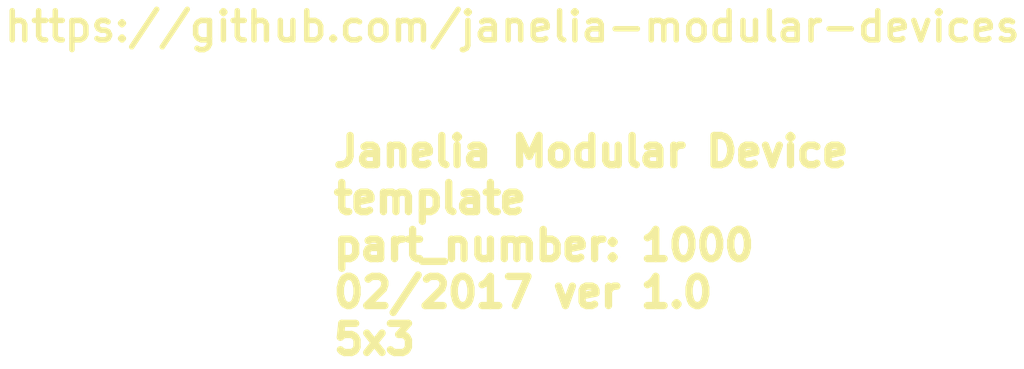
<source format=kicad_pcb>
(kicad_pcb (version 20170123) (host pcbnew no-vcs-found-7602~57~ubuntu16.04.1)

  (general
    (links 0)
    (no_connects 0)
    (area 93.230699 75.196699 211.569301 130.543301)
    (thickness 1.6)
    (drawings 2)
    (tracks 0)
    (zones 0)
    (modules 0)
    (nets 1)
  )

  (page A4)
  (title_block
    (title template_5x3)
    (rev 1.0)
  )

  (layers
    (0 F.Cu signal)
    (31 B.Cu signal)
    (32 B.Adhes user)
    (33 F.Adhes user)
    (34 B.Paste user)
    (35 F.Paste user)
    (36 B.SilkS user)
    (37 F.SilkS user)
    (38 B.Mask user)
    (39 F.Mask user)
    (40 Dwgs.User user hide)
    (41 Cmts.User user)
    (42 Eco1.User user)
    (43 Eco2.User user)
    (44 Edge.Cuts user)
    (45 Margin user)
    (46 B.CrtYd user)
    (47 F.CrtYd user)
    (48 B.Fab user)
    (49 F.Fab user)
  )

  (setup
    (last_trace_width 0.254)
    (trace_clearance 0.0254)
    (zone_clearance 0.2032)
    (zone_45_only no)
    (trace_min 0.254)
    (segment_width 0.2286)
    (edge_width 0.2286)
    (via_size 0.889)
    (via_drill 0.635)
    (via_min_size 0.889)
    (via_min_drill 0.508)
    (uvia_size 0.508)
    (uvia_drill 0.127)
    (uvias_allowed no)
    (uvia_min_size 0.508)
    (uvia_min_drill 0.127)
    (pcb_text_width 0.3)
    (pcb_text_size 1.5 1.5)
    (mod_edge_width 0.381)
    (mod_text_size 1 1)
    (mod_text_width 0.15)
    (pad_size 1.016 4.4958)
    (pad_drill 0)
    (pad_to_mask_clearance 0)
    (aux_axis_origin 0 0)
    (visible_elements FFFFF77F)
    (pcbplotparams
      (layerselection 0x000f0_ffffffff)
      (usegerberextensions true)
      (excludeedgelayer false)
      (linewidth 0.100000)
      (plotframeref false)
      (viasonmask false)
      (mode 1)
      (useauxorigin false)
      (hpglpennumber 1)
      (hpglpenspeed 20)
      (hpglpendiameter 15)
      (psnegative false)
      (psa4output false)
      (plotreference true)
      (plotvalue true)
      (plotinvisibletext false)
      (padsonsilk false)
      (subtractmaskfromsilk true)
      (outputformat 1)
      (mirror false)
      (drillshape 0)
      (scaleselection 1)
      (outputdirectory gerbers/))
  )

  (net 0 "")

  (net_class Default "This is the default net class."
    (clearance 0.0254)
    (trace_width 0.254)
    (via_dia 0.889)
    (via_drill 0.635)
    (uvia_dia 0.508)
    (uvia_drill 0.127)
    (diff_pair_gap 0.254)
    (diff_pair_width 0.254)
  )

  (net_class GND ""
    (clearance 0.1016)
    (trace_width 0.4064)
    (via_dia 0.889)
    (via_drill 0.635)
    (uvia_dia 0.508)
    (uvia_drill 0.127)
    (diff_pair_gap 0.254)
    (diff_pair_width 0.254)
  )

  (net_class LEDPOWER ""
    (clearance 0.254)
    (trace_width 0.6096)
    (via_dia 0.889)
    (via_drill 0.635)
    (uvia_dia 0.508)
    (uvia_drill 0.127)
    (diff_pair_gap 0.254)
    (diff_pair_width 0.254)
  )

  (net_class POWER ""
    (clearance 0.254)
    (trace_width 0.8128)
    (via_dia 0.889)
    (via_drill 0.635)
    (uvia_dia 0.508)
    (uvia_drill 0.127)
    (diff_pair_gap 0.254)
    (diff_pair_width 0.254)
  )

  (net_class SIGNAL ""
    (clearance 0.1016)
    (trace_width 0.4064)
    (via_dia 0.889)
    (via_drill 0.635)
    (uvia_dia 0.508)
    (uvia_drill 0.127)
    (diff_pair_gap 0.254)
    (diff_pair_width 0.254)
  )

  (net_class SUPERPOWER ""
    (clearance 0.254)
    (trace_width 1.2192)
    (via_dia 0.889)
    (via_drill 0.635)
    (uvia_dia 0.508)
    (uvia_drill 0.127)
    (diff_pair_gap 0.254)
    (diff_pair_width 0.254)
  )

  (gr_text https://github.com/janelia-modular-devices (at 100.33 118.11) (layer F.SilkS)
    (effects (font (size 1.016 1.016) (thickness 0.1905)))
  )
  (gr_text "Janelia Modular Device\ntemplate\npart_number: 1000\n02/2017 ver 1.0\n5x3" (at 93.98 125.73) (layer F.SilkS)
    (effects (font (size 1.016 1.016) (thickness 0.254)) (justify left))
  )

)

</source>
